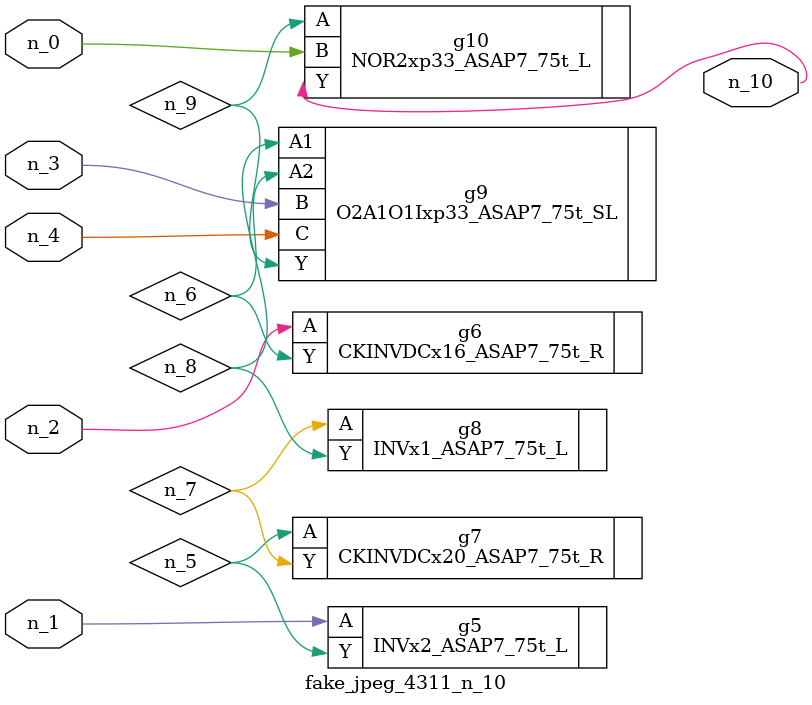
<source format=v>
module fake_jpeg_4311_n_10 (n_3, n_2, n_1, n_0, n_4, n_10);

input n_3;
input n_2;
input n_1;
input n_0;
input n_4;

output n_10;

wire n_8;
wire n_9;
wire n_6;
wire n_5;
wire n_7;

INVx2_ASAP7_75t_L g5 ( 
.A(n_1),
.Y(n_5)
);

CKINVDCx16_ASAP7_75t_R g6 ( 
.A(n_2),
.Y(n_6)
);

CKINVDCx20_ASAP7_75t_R g7 ( 
.A(n_5),
.Y(n_7)
);

INVx1_ASAP7_75t_L g8 ( 
.A(n_7),
.Y(n_8)
);

O2A1O1Ixp33_ASAP7_75t_SL g9 ( 
.A1(n_8),
.A2(n_6),
.B(n_3),
.C(n_4),
.Y(n_9)
);

NOR2xp33_ASAP7_75t_L g10 ( 
.A(n_9),
.B(n_0),
.Y(n_10)
);


endmodule
</source>
